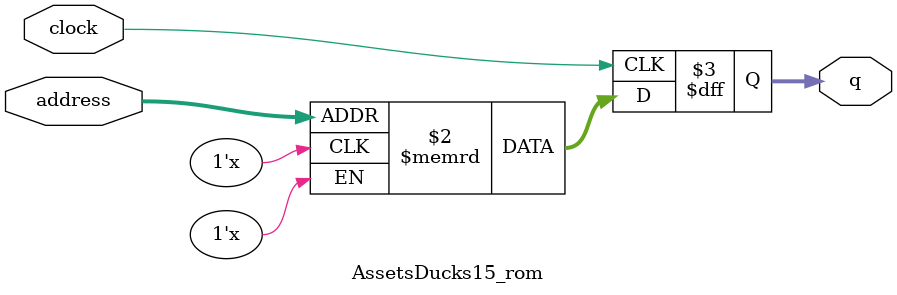
<source format=sv>
module AssetsDucks15_rom (
	input logic clock,
	input logic [12:0] address,
	output logic [3:0] q
);

logic [3:0] memory [0:4351] /* synthesis ram_init_file = "./AssetsDucks15/AssetsDucks15.mif" */;

always_ff @ (posedge clock) begin
	q <= memory[address];
end

endmodule

</source>
